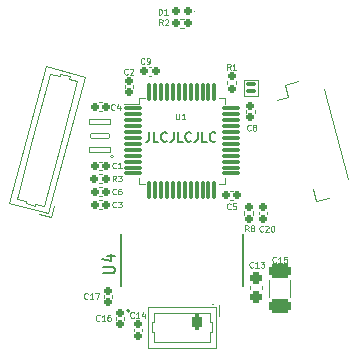
<source format=gbr>
%TF.GenerationSoftware,KiCad,Pcbnew,(6.0.0)*%
%TF.CreationDate,2022-02-06T18:29:28+08:00*%
%TF.ProjectId,STM32_FOC,53544d33-325f-4464-9f43-2e6b69636164,rev?*%
%TF.SameCoordinates,Original*%
%TF.FileFunction,Legend,Top*%
%TF.FilePolarity,Positive*%
%FSLAX46Y46*%
G04 Gerber Fmt 4.6, Leading zero omitted, Abs format (unit mm)*
G04 Created by KiCad (PCBNEW (6.0.0)) date 2022-02-06 18:29:28*
%MOMM*%
%LPD*%
G01*
G04 APERTURE LIST*
G04 Aperture macros list*
%AMRoundRect*
0 Rectangle with rounded corners*
0 $1 Rounding radius*
0 $2 $3 $4 $5 $6 $7 $8 $9 X,Y pos of 4 corners*
0 Add a 4 corners polygon primitive as box body*
4,1,4,$2,$3,$4,$5,$6,$7,$8,$9,$2,$3,0*
0 Add four circle primitives for the rounded corners*
1,1,$1+$1,$2,$3*
1,1,$1+$1,$4,$5*
1,1,$1+$1,$6,$7*
1,1,$1+$1,$8,$9*
0 Add four rect primitives between the rounded corners*
20,1,$1+$1,$2,$3,$4,$5,0*
20,1,$1+$1,$4,$5,$6,$7,0*
20,1,$1+$1,$6,$7,$8,$9,0*
20,1,$1+$1,$8,$9,$2,$3,0*%
%AMHorizOval*
0 Thick line with rounded ends*
0 $1 width*
0 $2 $3 position (X,Y) of the first rounded end (center of the circle)*
0 $4 $5 position (X,Y) of the second rounded end (center of the circle)*
0 Add line between two ends*
20,1,$1,$2,$3,$4,$5,0*
0 Add two circle primitives to create the rounded ends*
1,1,$1,$2,$3*
1,1,$1,$4,$5*%
G04 Aperture macros list end*
%ADD10C,0.150000*%
%ADD11C,0.100000*%
%ADD12C,0.120000*%
%ADD13C,0.127000*%
%ADD14C,0.200000*%
%ADD15C,0.010000*%
%ADD16RoundRect,0.191000X0.140000X0.170000X-0.140000X0.170000X-0.140000X-0.170000X0.140000X-0.170000X0*%
%ADD17RoundRect,0.191000X0.170000X-0.140000X0.170000X0.140000X-0.170000X0.140000X-0.170000X-0.140000X0*%
%ADD18RoundRect,0.191000X-0.140000X-0.170000X0.140000X-0.170000X0.140000X0.170000X-0.140000X0.170000X0*%
%ADD19RoundRect,0.191000X-0.170000X0.140000X-0.170000X-0.140000X0.170000X-0.140000X0.170000X0.140000X0*%
%ADD20RoundRect,0.126000X0.325000X-0.075000X0.325000X0.075000X-0.325000X0.075000X-0.325000X-0.075000X0*%
%ADD21RoundRect,0.186000X0.135000X0.185000X-0.135000X0.185000X-0.135000X-0.185000X0.135000X-0.185000X0*%
%ADD22RoundRect,0.186000X-0.185000X0.135000X-0.185000X-0.135000X0.185000X-0.135000X0.185000X0.135000X0*%
%ADD23RoundRect,0.051000X0.900000X-0.200000X0.900000X0.200000X-0.900000X0.200000X-0.900000X-0.200000X0*%
%ADD24RoundRect,0.051000X0.800000X-0.200000X0.800000X0.200000X-0.800000X0.200000X-0.800000X-0.200000X0*%
%ADD25RoundRect,0.301000X0.650000X-0.325000X0.650000X0.325000X-0.650000X0.325000X-0.650000X-0.325000X0*%
%ADD26RoundRect,0.198500X0.147500X0.172500X-0.147500X0.172500X-0.147500X-0.172500X0.147500X-0.172500X0*%
%ADD27RoundRect,0.186000X0.185000X-0.135000X0.185000X0.135000X-0.185000X0.135000X-0.185000X-0.135000X0*%
%ADD28RoundRect,0.126000X-0.662500X-0.075000X0.662500X-0.075000X0.662500X0.075000X-0.662500X0.075000X0*%
%ADD29RoundRect,0.126000X-0.075000X-0.662500X0.075000X-0.662500X0.075000X0.662500X-0.075000X0.662500X0*%
%ADD30RoundRect,0.201000X-0.642526X-0.016873X-0.564881X-0.306651X0.642526X0.016873X0.564881X0.306651X0*%
%ADD31RoundRect,0.301000X-0.718438X0.169842X-0.537265X-0.506306X0.718438X-0.169842X0.537265X0.506306X0*%
%ADD32RoundRect,0.186000X-0.135000X-0.185000X0.135000X-0.185000X0.135000X0.185000X-0.135000X0.185000X0*%
%ADD33RoundRect,0.276000X0.250000X-0.225000X0.250000X0.225000X-0.250000X0.225000X-0.250000X-0.225000X0*%
%ADD34RoundRect,0.251000X0.382903X-0.309654X0.486430X0.076717X-0.382903X0.309654X-0.486430X-0.076717X0*%
%ADD35HorizOval,0.902000X-0.241481X0.064705X0.241481X-0.064705X0*%
%ADD36RoundRect,0.251000X0.200000X0.450000X-0.200000X0.450000X-0.200000X-0.450000X0.200000X-0.450000X0*%
%ADD37O,0.902000X1.402000*%
G04 APERTURE END LIST*
D10*
X97233333Y-96261904D02*
X97233333Y-96833333D01*
X97195238Y-96947619D01*
X97119047Y-97023809D01*
X97004761Y-97061904D01*
X96928571Y-97061904D01*
X97995238Y-97061904D02*
X97614285Y-97061904D01*
X97614285Y-96261904D01*
X98719047Y-96985714D02*
X98680952Y-97023809D01*
X98566666Y-97061904D01*
X98490476Y-97061904D01*
X98376190Y-97023809D01*
X98300000Y-96947619D01*
X98261904Y-96871428D01*
X98223809Y-96719047D01*
X98223809Y-96604761D01*
X98261904Y-96452380D01*
X98300000Y-96376190D01*
X98376190Y-96300000D01*
X98490476Y-96261904D01*
X98566666Y-96261904D01*
X98680952Y-96300000D01*
X98719047Y-96338095D01*
X99290476Y-96261904D02*
X99290476Y-96833333D01*
X99252380Y-96947619D01*
X99176190Y-97023809D01*
X99061904Y-97061904D01*
X98985714Y-97061904D01*
X100052380Y-97061904D02*
X99671428Y-97061904D01*
X99671428Y-96261904D01*
X100776190Y-96985714D02*
X100738095Y-97023809D01*
X100623809Y-97061904D01*
X100547619Y-97061904D01*
X100433333Y-97023809D01*
X100357142Y-96947619D01*
X100319047Y-96871428D01*
X100280952Y-96719047D01*
X100280952Y-96604761D01*
X100319047Y-96452380D01*
X100357142Y-96376190D01*
X100433333Y-96300000D01*
X100547619Y-96261904D01*
X100623809Y-96261904D01*
X100738095Y-96300000D01*
X100776190Y-96338095D01*
X101347619Y-96261904D02*
X101347619Y-96833333D01*
X101309523Y-96947619D01*
X101233333Y-97023809D01*
X101119047Y-97061904D01*
X101042857Y-97061904D01*
X102109523Y-97061904D02*
X101728571Y-97061904D01*
X101728571Y-96261904D01*
X102833333Y-96985714D02*
X102795238Y-97023809D01*
X102680952Y-97061904D01*
X102604761Y-97061904D01*
X102490476Y-97023809D01*
X102414285Y-96947619D01*
X102376190Y-96871428D01*
X102338095Y-96719047D01*
X102338095Y-96604761D01*
X102376190Y-96452380D01*
X102414285Y-96376190D01*
X102490476Y-96300000D01*
X102604761Y-96261904D01*
X102680952Y-96261904D01*
X102795238Y-96300000D01*
X102833333Y-96338095D01*
D11*
%TO.C,C1*%
X94416666Y-99278571D02*
X94392857Y-99302380D01*
X94321428Y-99326190D01*
X94273809Y-99326190D01*
X94202380Y-99302380D01*
X94154761Y-99254761D01*
X94130952Y-99207142D01*
X94107142Y-99111904D01*
X94107142Y-99040476D01*
X94130952Y-98945238D01*
X94154761Y-98897619D01*
X94202380Y-98850000D01*
X94273809Y-98826190D01*
X94321428Y-98826190D01*
X94392857Y-98850000D01*
X94416666Y-98873809D01*
X94892857Y-99326190D02*
X94607142Y-99326190D01*
X94750000Y-99326190D02*
X94750000Y-98826190D01*
X94702380Y-98897619D01*
X94654761Y-98945238D01*
X94607142Y-98969047D01*
%TO.C,C2*%
X95416666Y-91328571D02*
X95392857Y-91352380D01*
X95321428Y-91376190D01*
X95273809Y-91376190D01*
X95202380Y-91352380D01*
X95154761Y-91304761D01*
X95130952Y-91257142D01*
X95107142Y-91161904D01*
X95107142Y-91090476D01*
X95130952Y-90995238D01*
X95154761Y-90947619D01*
X95202380Y-90900000D01*
X95273809Y-90876190D01*
X95321428Y-90876190D01*
X95392857Y-90900000D01*
X95416666Y-90923809D01*
X95607142Y-90923809D02*
X95630952Y-90900000D01*
X95678571Y-90876190D01*
X95797619Y-90876190D01*
X95845238Y-90900000D01*
X95869047Y-90923809D01*
X95892857Y-90971428D01*
X95892857Y-91019047D01*
X95869047Y-91090476D01*
X95583333Y-91376190D01*
X95892857Y-91376190D01*
%TO.C,C3*%
X94416666Y-102578571D02*
X94392857Y-102602380D01*
X94321428Y-102626190D01*
X94273809Y-102626190D01*
X94202380Y-102602380D01*
X94154761Y-102554761D01*
X94130952Y-102507142D01*
X94107142Y-102411904D01*
X94107142Y-102340476D01*
X94130952Y-102245238D01*
X94154761Y-102197619D01*
X94202380Y-102150000D01*
X94273809Y-102126190D01*
X94321428Y-102126190D01*
X94392857Y-102150000D01*
X94416666Y-102173809D01*
X94583333Y-102126190D02*
X94892857Y-102126190D01*
X94726190Y-102316666D01*
X94797619Y-102316666D01*
X94845238Y-102340476D01*
X94869047Y-102364285D01*
X94892857Y-102411904D01*
X94892857Y-102530952D01*
X94869047Y-102578571D01*
X94845238Y-102602380D01*
X94797619Y-102626190D01*
X94654761Y-102626190D01*
X94607142Y-102602380D01*
X94583333Y-102578571D01*
%TO.C,C4*%
X94316666Y-94328571D02*
X94292857Y-94352380D01*
X94221428Y-94376190D01*
X94173809Y-94376190D01*
X94102380Y-94352380D01*
X94054761Y-94304761D01*
X94030952Y-94257142D01*
X94007142Y-94161904D01*
X94007142Y-94090476D01*
X94030952Y-93995238D01*
X94054761Y-93947619D01*
X94102380Y-93900000D01*
X94173809Y-93876190D01*
X94221428Y-93876190D01*
X94292857Y-93900000D01*
X94316666Y-93923809D01*
X94745238Y-94042857D02*
X94745238Y-94376190D01*
X94626190Y-93852380D02*
X94507142Y-94209523D01*
X94816666Y-94209523D01*
%TO.C,C9*%
X96816666Y-90428571D02*
X96792857Y-90452380D01*
X96721428Y-90476190D01*
X96673809Y-90476190D01*
X96602380Y-90452380D01*
X96554761Y-90404761D01*
X96530952Y-90357142D01*
X96507142Y-90261904D01*
X96507142Y-90190476D01*
X96530952Y-90095238D01*
X96554761Y-90047619D01*
X96602380Y-90000000D01*
X96673809Y-89976190D01*
X96721428Y-89976190D01*
X96792857Y-90000000D01*
X96816666Y-90023809D01*
X97054761Y-90476190D02*
X97150000Y-90476190D01*
X97197619Y-90452380D01*
X97221428Y-90428571D01*
X97269047Y-90357142D01*
X97292857Y-90261904D01*
X97292857Y-90071428D01*
X97269047Y-90023809D01*
X97245238Y-90000000D01*
X97197619Y-89976190D01*
X97102380Y-89976190D01*
X97054761Y-90000000D01*
X97030952Y-90023809D01*
X97007142Y-90071428D01*
X97007142Y-90190476D01*
X97030952Y-90238095D01*
X97054761Y-90261904D01*
X97102380Y-90285714D01*
X97197619Y-90285714D01*
X97245238Y-90261904D01*
X97269047Y-90238095D01*
X97292857Y-90190476D01*
%TO.C,C14*%
X95928571Y-111928571D02*
X95904761Y-111952380D01*
X95833333Y-111976190D01*
X95785714Y-111976190D01*
X95714285Y-111952380D01*
X95666666Y-111904761D01*
X95642857Y-111857142D01*
X95619047Y-111761904D01*
X95619047Y-111690476D01*
X95642857Y-111595238D01*
X95666666Y-111547619D01*
X95714285Y-111500000D01*
X95785714Y-111476190D01*
X95833333Y-111476190D01*
X95904761Y-111500000D01*
X95928571Y-111523809D01*
X96404761Y-111976190D02*
X96119047Y-111976190D01*
X96261904Y-111976190D02*
X96261904Y-111476190D01*
X96214285Y-111547619D01*
X96166666Y-111595238D01*
X96119047Y-111619047D01*
X96833333Y-111642857D02*
X96833333Y-111976190D01*
X96714285Y-111452380D02*
X96595238Y-111809523D01*
X96904761Y-111809523D01*
%TO.C,C16*%
X93028571Y-112178571D02*
X93004761Y-112202380D01*
X92933333Y-112226190D01*
X92885714Y-112226190D01*
X92814285Y-112202380D01*
X92766666Y-112154761D01*
X92742857Y-112107142D01*
X92719047Y-112011904D01*
X92719047Y-111940476D01*
X92742857Y-111845238D01*
X92766666Y-111797619D01*
X92814285Y-111750000D01*
X92885714Y-111726190D01*
X92933333Y-111726190D01*
X93004761Y-111750000D01*
X93028571Y-111773809D01*
X93504761Y-112226190D02*
X93219047Y-112226190D01*
X93361904Y-112226190D02*
X93361904Y-111726190D01*
X93314285Y-111797619D01*
X93266666Y-111845238D01*
X93219047Y-111869047D01*
X93933333Y-111726190D02*
X93838095Y-111726190D01*
X93790476Y-111750000D01*
X93766666Y-111773809D01*
X93719047Y-111845238D01*
X93695238Y-111940476D01*
X93695238Y-112130952D01*
X93719047Y-112178571D01*
X93742857Y-112202380D01*
X93790476Y-112226190D01*
X93885714Y-112226190D01*
X93933333Y-112202380D01*
X93957142Y-112178571D01*
X93980952Y-112130952D01*
X93980952Y-112011904D01*
X93957142Y-111964285D01*
X93933333Y-111940476D01*
X93885714Y-111916666D01*
X93790476Y-111916666D01*
X93742857Y-111940476D01*
X93719047Y-111964285D01*
X93695238Y-112011904D01*
%TO.C,R2*%
X98366666Y-87205479D02*
X98200000Y-86967384D01*
X98080952Y-87205479D02*
X98080952Y-86705479D01*
X98271428Y-86705479D01*
X98319047Y-86729289D01*
X98342857Y-86753098D01*
X98366666Y-86800717D01*
X98366666Y-86872146D01*
X98342857Y-86919765D01*
X98319047Y-86943574D01*
X98271428Y-86967384D01*
X98080952Y-86967384D01*
X98557142Y-86753098D02*
X98580952Y-86729289D01*
X98628571Y-86705479D01*
X98747619Y-86705479D01*
X98795238Y-86729289D01*
X98819047Y-86753098D01*
X98842857Y-86800717D01*
X98842857Y-86848336D01*
X98819047Y-86919765D01*
X98533333Y-87205479D01*
X98842857Y-87205479D01*
%TO.C,R8*%
X105641666Y-104656190D02*
X105475000Y-104418095D01*
X105355952Y-104656190D02*
X105355952Y-104156190D01*
X105546428Y-104156190D01*
X105594047Y-104180000D01*
X105617857Y-104203809D01*
X105641666Y-104251428D01*
X105641666Y-104322857D01*
X105617857Y-104370476D01*
X105594047Y-104394285D01*
X105546428Y-104418095D01*
X105355952Y-104418095D01*
X105927380Y-104370476D02*
X105879761Y-104346666D01*
X105855952Y-104322857D01*
X105832142Y-104275238D01*
X105832142Y-104251428D01*
X105855952Y-104203809D01*
X105879761Y-104180000D01*
X105927380Y-104156190D01*
X106022619Y-104156190D01*
X106070238Y-104180000D01*
X106094047Y-104203809D01*
X106117857Y-104251428D01*
X106117857Y-104275238D01*
X106094047Y-104322857D01*
X106070238Y-104346666D01*
X106022619Y-104370476D01*
X105927380Y-104370476D01*
X105879761Y-104394285D01*
X105855952Y-104418095D01*
X105832142Y-104465714D01*
X105832142Y-104560952D01*
X105855952Y-104608571D01*
X105879761Y-104632380D01*
X105927380Y-104656190D01*
X106022619Y-104656190D01*
X106070238Y-104632380D01*
X106094047Y-104608571D01*
X106117857Y-104560952D01*
X106117857Y-104465714D01*
X106094047Y-104418095D01*
X106070238Y-104394285D01*
X106022619Y-104370476D01*
%TO.C,C5*%
X104116666Y-102728571D02*
X104092857Y-102752380D01*
X104021428Y-102776190D01*
X103973809Y-102776190D01*
X103902380Y-102752380D01*
X103854761Y-102704761D01*
X103830952Y-102657142D01*
X103807142Y-102561904D01*
X103807142Y-102490476D01*
X103830952Y-102395238D01*
X103854761Y-102347619D01*
X103902380Y-102300000D01*
X103973809Y-102276190D01*
X104021428Y-102276190D01*
X104092857Y-102300000D01*
X104116666Y-102323809D01*
X104569047Y-102276190D02*
X104330952Y-102276190D01*
X104307142Y-102514285D01*
X104330952Y-102490476D01*
X104378571Y-102466666D01*
X104497619Y-102466666D01*
X104545238Y-102490476D01*
X104569047Y-102514285D01*
X104592857Y-102561904D01*
X104592857Y-102680952D01*
X104569047Y-102728571D01*
X104545238Y-102752380D01*
X104497619Y-102776190D01*
X104378571Y-102776190D01*
X104330952Y-102752380D01*
X104307142Y-102728571D01*
%TO.C,C17*%
X92028571Y-110328571D02*
X92004761Y-110352380D01*
X91933333Y-110376190D01*
X91885714Y-110376190D01*
X91814285Y-110352380D01*
X91766666Y-110304761D01*
X91742857Y-110257142D01*
X91719047Y-110161904D01*
X91719047Y-110090476D01*
X91742857Y-109995238D01*
X91766666Y-109947619D01*
X91814285Y-109900000D01*
X91885714Y-109876190D01*
X91933333Y-109876190D01*
X92004761Y-109900000D01*
X92028571Y-109923809D01*
X92504761Y-110376190D02*
X92219047Y-110376190D01*
X92361904Y-110376190D02*
X92361904Y-109876190D01*
X92314285Y-109947619D01*
X92266666Y-109995238D01*
X92219047Y-110019047D01*
X92671428Y-109876190D02*
X93004761Y-109876190D01*
X92790476Y-110376190D01*
%TO.C,C15*%
X107958571Y-107268571D02*
X107934761Y-107292380D01*
X107863333Y-107316190D01*
X107815714Y-107316190D01*
X107744285Y-107292380D01*
X107696666Y-107244761D01*
X107672857Y-107197142D01*
X107649047Y-107101904D01*
X107649047Y-107030476D01*
X107672857Y-106935238D01*
X107696666Y-106887619D01*
X107744285Y-106840000D01*
X107815714Y-106816190D01*
X107863333Y-106816190D01*
X107934761Y-106840000D01*
X107958571Y-106863809D01*
X108434761Y-107316190D02*
X108149047Y-107316190D01*
X108291904Y-107316190D02*
X108291904Y-106816190D01*
X108244285Y-106887619D01*
X108196666Y-106935238D01*
X108149047Y-106959047D01*
X108887142Y-106816190D02*
X108649047Y-106816190D01*
X108625238Y-107054285D01*
X108649047Y-107030476D01*
X108696666Y-107006666D01*
X108815714Y-107006666D01*
X108863333Y-107030476D01*
X108887142Y-107054285D01*
X108910952Y-107101904D01*
X108910952Y-107220952D01*
X108887142Y-107268571D01*
X108863333Y-107292380D01*
X108815714Y-107316190D01*
X108696666Y-107316190D01*
X108649047Y-107292380D01*
X108625238Y-107268571D01*
%TO.C,D1*%
X98022488Y-86302132D02*
X98022488Y-85802132D01*
X98141536Y-85802132D01*
X98212964Y-85825942D01*
X98260583Y-85873561D01*
X98284393Y-85921180D01*
X98308202Y-86016418D01*
X98308202Y-86087846D01*
X98284393Y-86183084D01*
X98260583Y-86230703D01*
X98212964Y-86278322D01*
X98141536Y-86302132D01*
X98022488Y-86302132D01*
X98784393Y-86302132D02*
X98498678Y-86302132D01*
X98641536Y-86302132D02*
X98641536Y-85802132D01*
X98593916Y-85873561D01*
X98546297Y-85921180D01*
X98498678Y-85944989D01*
%TO.C,R1*%
X104116666Y-90976190D02*
X103950000Y-90738095D01*
X103830952Y-90976190D02*
X103830952Y-90476190D01*
X104021428Y-90476190D01*
X104069047Y-90500000D01*
X104092857Y-90523809D01*
X104116666Y-90571428D01*
X104116666Y-90642857D01*
X104092857Y-90690476D01*
X104069047Y-90714285D01*
X104021428Y-90738095D01*
X103830952Y-90738095D01*
X104592857Y-90976190D02*
X104307142Y-90976190D01*
X104450000Y-90976190D02*
X104450000Y-90476190D01*
X104402380Y-90547619D01*
X104354761Y-90595238D01*
X104307142Y-90619047D01*
%TO.C,C20*%
X106878571Y-104638571D02*
X106854761Y-104662380D01*
X106783333Y-104686190D01*
X106735714Y-104686190D01*
X106664285Y-104662380D01*
X106616666Y-104614761D01*
X106592857Y-104567142D01*
X106569047Y-104471904D01*
X106569047Y-104400476D01*
X106592857Y-104305238D01*
X106616666Y-104257619D01*
X106664285Y-104210000D01*
X106735714Y-104186190D01*
X106783333Y-104186190D01*
X106854761Y-104210000D01*
X106878571Y-104233809D01*
X107069047Y-104233809D02*
X107092857Y-104210000D01*
X107140476Y-104186190D01*
X107259523Y-104186190D01*
X107307142Y-104210000D01*
X107330952Y-104233809D01*
X107354761Y-104281428D01*
X107354761Y-104329047D01*
X107330952Y-104400476D01*
X107045238Y-104686190D01*
X107354761Y-104686190D01*
X107664285Y-104186190D02*
X107711904Y-104186190D01*
X107759523Y-104210000D01*
X107783333Y-104233809D01*
X107807142Y-104281428D01*
X107830952Y-104376666D01*
X107830952Y-104495714D01*
X107807142Y-104590952D01*
X107783333Y-104638571D01*
X107759523Y-104662380D01*
X107711904Y-104686190D01*
X107664285Y-104686190D01*
X107616666Y-104662380D01*
X107592857Y-104638571D01*
X107569047Y-104590952D01*
X107545238Y-104495714D01*
X107545238Y-104376666D01*
X107569047Y-104281428D01*
X107592857Y-104233809D01*
X107616666Y-104210000D01*
X107664285Y-104186190D01*
%TO.C,U1*%
X99509047Y-94676190D02*
X99509047Y-95080952D01*
X99532857Y-95128571D01*
X99556666Y-95152380D01*
X99604285Y-95176190D01*
X99699523Y-95176190D01*
X99747142Y-95152380D01*
X99770952Y-95128571D01*
X99794761Y-95080952D01*
X99794761Y-94676190D01*
X100294761Y-95176190D02*
X100009047Y-95176190D01*
X100151904Y-95176190D02*
X100151904Y-94676190D01*
X100104285Y-94747619D01*
X100056666Y-94795238D01*
X100009047Y-94819047D01*
%TO.C,C8*%
X105816666Y-96078571D02*
X105792857Y-96102380D01*
X105721428Y-96126190D01*
X105673809Y-96126190D01*
X105602380Y-96102380D01*
X105554761Y-96054761D01*
X105530952Y-96007142D01*
X105507142Y-95911904D01*
X105507142Y-95840476D01*
X105530952Y-95745238D01*
X105554761Y-95697619D01*
X105602380Y-95650000D01*
X105673809Y-95626190D01*
X105721428Y-95626190D01*
X105792857Y-95650000D01*
X105816666Y-95673809D01*
X106102380Y-95840476D02*
X106054761Y-95816666D01*
X106030952Y-95792857D01*
X106007142Y-95745238D01*
X106007142Y-95721428D01*
X106030952Y-95673809D01*
X106054761Y-95650000D01*
X106102380Y-95626190D01*
X106197619Y-95626190D01*
X106245238Y-95650000D01*
X106269047Y-95673809D01*
X106292857Y-95721428D01*
X106292857Y-95745238D01*
X106269047Y-95792857D01*
X106245238Y-95816666D01*
X106197619Y-95840476D01*
X106102380Y-95840476D01*
X106054761Y-95864285D01*
X106030952Y-95888095D01*
X106007142Y-95935714D01*
X106007142Y-96030952D01*
X106030952Y-96078571D01*
X106054761Y-96102380D01*
X106102380Y-96126190D01*
X106197619Y-96126190D01*
X106245238Y-96102380D01*
X106269047Y-96078571D01*
X106292857Y-96030952D01*
X106292857Y-95935714D01*
X106269047Y-95888095D01*
X106245238Y-95864285D01*
X106197619Y-95840476D01*
%TO.C,C6*%
X94416666Y-101478571D02*
X94392857Y-101502380D01*
X94321428Y-101526190D01*
X94273809Y-101526190D01*
X94202380Y-101502380D01*
X94154761Y-101454761D01*
X94130952Y-101407142D01*
X94107142Y-101311904D01*
X94107142Y-101240476D01*
X94130952Y-101145238D01*
X94154761Y-101097619D01*
X94202380Y-101050000D01*
X94273809Y-101026190D01*
X94321428Y-101026190D01*
X94392857Y-101050000D01*
X94416666Y-101073809D01*
X94845238Y-101026190D02*
X94750000Y-101026190D01*
X94702380Y-101050000D01*
X94678571Y-101073809D01*
X94630952Y-101145238D01*
X94607142Y-101240476D01*
X94607142Y-101430952D01*
X94630952Y-101478571D01*
X94654761Y-101502380D01*
X94702380Y-101526190D01*
X94797619Y-101526190D01*
X94845238Y-101502380D01*
X94869047Y-101478571D01*
X94892857Y-101430952D01*
X94892857Y-101311904D01*
X94869047Y-101264285D01*
X94845238Y-101240476D01*
X94797619Y-101216666D01*
X94702380Y-101216666D01*
X94654761Y-101240476D01*
X94630952Y-101264285D01*
X94607142Y-101311904D01*
%TO.C,R3*%
X94416666Y-100426190D02*
X94250000Y-100188095D01*
X94130952Y-100426190D02*
X94130952Y-99926190D01*
X94321428Y-99926190D01*
X94369047Y-99950000D01*
X94392857Y-99973809D01*
X94416666Y-100021428D01*
X94416666Y-100092857D01*
X94392857Y-100140476D01*
X94369047Y-100164285D01*
X94321428Y-100188095D01*
X94130952Y-100188095D01*
X94583333Y-99926190D02*
X94892857Y-99926190D01*
X94726190Y-100116666D01*
X94797619Y-100116666D01*
X94845238Y-100140476D01*
X94869047Y-100164285D01*
X94892857Y-100211904D01*
X94892857Y-100330952D01*
X94869047Y-100378571D01*
X94845238Y-100402380D01*
X94797619Y-100426190D01*
X94654761Y-100426190D01*
X94607142Y-100402380D01*
X94583333Y-100378571D01*
%TO.C,C13*%
X106028571Y-107678571D02*
X106004761Y-107702380D01*
X105933333Y-107726190D01*
X105885714Y-107726190D01*
X105814285Y-107702380D01*
X105766666Y-107654761D01*
X105742857Y-107607142D01*
X105719047Y-107511904D01*
X105719047Y-107440476D01*
X105742857Y-107345238D01*
X105766666Y-107297619D01*
X105814285Y-107250000D01*
X105885714Y-107226190D01*
X105933333Y-107226190D01*
X106004761Y-107250000D01*
X106028571Y-107273809D01*
X106504761Y-107726190D02*
X106219047Y-107726190D01*
X106361904Y-107726190D02*
X106361904Y-107226190D01*
X106314285Y-107297619D01*
X106266666Y-107345238D01*
X106219047Y-107369047D01*
X106671428Y-107226190D02*
X106980952Y-107226190D01*
X106814285Y-107416666D01*
X106885714Y-107416666D01*
X106933333Y-107440476D01*
X106957142Y-107464285D01*
X106980952Y-107511904D01*
X106980952Y-107630952D01*
X106957142Y-107678571D01*
X106933333Y-107702380D01*
X106885714Y-107726190D01*
X106742857Y-107726190D01*
X106695238Y-107702380D01*
X106671428Y-107678571D01*
D10*
%TO.C,U4*%
X93317380Y-108204404D02*
X94126904Y-108204404D01*
X94222142Y-108156785D01*
X94269761Y-108109166D01*
X94317380Y-108013928D01*
X94317380Y-107823452D01*
X94269761Y-107728214D01*
X94222142Y-107680595D01*
X94126904Y-107632976D01*
X93317380Y-107632976D01*
X93650714Y-106728214D02*
X94317380Y-106728214D01*
X93269761Y-106966309D02*
X93984047Y-107204404D01*
X93984047Y-106585357D01*
D12*
%TO.C,C1*%
X93207836Y-99460000D02*
X92992164Y-99460000D01*
X93207836Y-98740000D02*
X92992164Y-98740000D01*
%TO.C,C2*%
X95140000Y-92507836D02*
X95140000Y-92292164D01*
X95860000Y-92507836D02*
X95860000Y-92292164D01*
%TO.C,C3*%
X93207836Y-102040000D02*
X92992164Y-102040000D01*
X93207836Y-102760000D02*
X92992164Y-102760000D01*
%TO.C,C4*%
X93207836Y-93740000D02*
X92992164Y-93740000D01*
X93207836Y-94460000D02*
X92992164Y-94460000D01*
%TO.C,C9*%
X97192164Y-90740000D02*
X97407836Y-90740000D01*
X97192164Y-91460000D02*
X97407836Y-91460000D01*
%TO.C,C14*%
X95915000Y-113107836D02*
X95915000Y-112892164D01*
X96635000Y-113107836D02*
X96635000Y-112892164D01*
%TO.C,C16*%
X94390000Y-111942164D02*
X94390000Y-112157836D01*
X95110000Y-111942164D02*
X95110000Y-112157836D01*
%TO.C,JP1*%
X105250000Y-93200000D02*
X105250000Y-91800000D01*
X105250000Y-93200000D02*
X106450000Y-93200000D01*
X106450000Y-91800000D02*
X105250000Y-91800000D01*
X106450000Y-93200000D02*
X106450000Y-91800000D01*
%TO.C,R2*%
X100153641Y-86670000D02*
X99846359Y-86670000D01*
X100153641Y-87430000D02*
X99846359Y-87430000D01*
%TO.C,R8*%
X106050000Y-102926359D02*
X106050000Y-103233641D01*
X105290000Y-102926359D02*
X105290000Y-103233641D01*
D11*
%TO.C,Y1*%
X94197000Y-98300000D02*
G75*
G03*
X94197000Y-98300000I-127000J0D01*
G01*
D12*
%TO.C,C5*%
X104092164Y-101960000D02*
X104307836Y-101960000D01*
X104092164Y-101240000D02*
X104307836Y-101240000D01*
%TO.C,C17*%
X93390000Y-110042164D02*
X93390000Y-110257836D01*
X94110000Y-110042164D02*
X94110000Y-110257836D01*
%TO.C,C15*%
X109190000Y-110201252D02*
X109190000Y-108778748D01*
X107370000Y-110201252D02*
X107370000Y-108778748D01*
D11*
%TO.C,D1*%
X101140000Y-86000000D02*
G75*
G03*
X101140000Y-86000000I-50000J0D01*
G01*
D12*
%TO.C,R1*%
X104580000Y-92203641D02*
X104580000Y-91896359D01*
X103820000Y-92203641D02*
X103820000Y-91896359D01*
%TO.C,C20*%
X106490000Y-103217836D02*
X106490000Y-103002164D01*
X107210000Y-103217836D02*
X107210000Y-103002164D01*
%TO.C,U1*%
X96390000Y-93390000D02*
X96390000Y-93840000D01*
X103610000Y-100610000D02*
X103610000Y-100160000D01*
X96390000Y-93840000D02*
X95100000Y-93840000D01*
X103160000Y-100610000D02*
X103610000Y-100610000D01*
X96840000Y-93390000D02*
X96390000Y-93390000D01*
X96390000Y-100610000D02*
X96390000Y-100160000D01*
X96840000Y-100610000D02*
X96390000Y-100610000D01*
X103610000Y-93390000D02*
X103610000Y-93840000D01*
X103160000Y-93390000D02*
X103610000Y-93390000D01*
%TO.C,C8*%
X106160000Y-94392164D02*
X106160000Y-94607836D01*
X105440000Y-94392164D02*
X105440000Y-94607836D01*
%TO.C,C6*%
X93207836Y-101660000D02*
X92992164Y-101660000D01*
X93207836Y-100940000D02*
X92992164Y-100940000D01*
%TO.C,J2*%
X112461202Y-101825528D02*
X111350388Y-102123170D01*
X108705257Y-92251408D02*
X108977017Y-93265630D01*
X109816072Y-91953766D02*
X108705257Y-92251408D01*
X111350388Y-102123170D02*
X111078628Y-101108948D01*
X108977017Y-93265630D02*
X108020750Y-93521861D01*
X112021764Y-92574026D02*
X114061258Y-100185521D01*
%TO.C,R3*%
X92946359Y-100580000D02*
X93253641Y-100580000D01*
X92946359Y-99820000D02*
X93253641Y-99820000D01*
%TO.C,C13*%
X106760000Y-109540580D02*
X106760000Y-109259420D01*
X105740000Y-109540580D02*
X105740000Y-109259420D01*
D13*
%TO.C,U4*%
X105170000Y-109317500D02*
X105170000Y-104917500D01*
X94830000Y-109317500D02*
X94830000Y-104917500D01*
D14*
X95565000Y-111357500D02*
G75*
G03*
X95565000Y-111357500I-100000J0D01*
G01*
D12*
%TO.C,J3*%
X88837971Y-91295615D02*
X87420937Y-96584059D01*
X86773176Y-102285684D02*
X86824939Y-102092499D01*
X90483512Y-91529481D02*
X89710772Y-91322426D01*
X86824939Y-102092499D02*
X86003902Y-101872503D01*
X89659008Y-91515611D02*
X88837971Y-91295615D01*
X87545916Y-102492740D02*
X86773176Y-102285684D01*
X89739159Y-97205225D02*
X88322124Y-102493669D01*
X88322124Y-102493669D02*
X87597680Y-102299554D01*
X91156193Y-91916781D02*
X90431749Y-91722667D01*
X87597680Y-102299554D02*
X87545916Y-102492740D01*
X86003902Y-101872503D02*
X87420937Y-96584059D01*
X88887810Y-103473465D02*
X89146629Y-102507539D01*
X90431749Y-91722667D02*
X90483512Y-91529481D01*
X91780813Y-91556156D02*
X88477347Y-90670995D01*
X85379283Y-102233127D02*
X88682749Y-103118289D01*
X89710772Y-91322426D02*
X89659008Y-91515611D01*
X88682749Y-103118289D02*
X91780813Y-91556156D01*
X88887810Y-103473465D02*
X87921884Y-103214646D01*
X89739159Y-97205225D02*
X91156193Y-91916781D01*
X88477347Y-90670995D02*
X85379283Y-102233127D01*
%TO.C,J1*%
X103150000Y-110800000D02*
X102150000Y-110800000D01*
X102550000Y-113150000D02*
X102350000Y-113150000D01*
X97650000Y-113150000D02*
X97650000Y-114000000D01*
X102350000Y-114000000D02*
X100000000Y-114000000D01*
X97450000Y-113150000D02*
X97650000Y-113150000D01*
X97650000Y-111600000D02*
X97650000Y-112350000D01*
X102350000Y-111600000D02*
X102350000Y-112350000D01*
X102350000Y-112350000D02*
X102550000Y-112350000D01*
X102860000Y-114510000D02*
X102860000Y-111090000D01*
X100000000Y-111600000D02*
X102350000Y-111600000D01*
X102350000Y-113150000D02*
X102350000Y-114000000D01*
X97140000Y-114510000D02*
X102860000Y-114510000D01*
X97140000Y-111090000D02*
X97140000Y-114510000D01*
X103150000Y-110800000D02*
X103150000Y-111800000D01*
X102550000Y-112350000D02*
X102550000Y-113150000D01*
X97450000Y-112350000D02*
X97450000Y-113150000D01*
X97650000Y-114000000D02*
X100000000Y-114000000D01*
X100000000Y-111600000D02*
X97650000Y-111600000D01*
X102860000Y-111090000D02*
X97140000Y-111090000D01*
X97650000Y-112350000D02*
X97450000Y-112350000D01*
%TD*%
%LPC*%
D15*
%TO.C,U4*%
X99455000Y-110787500D02*
X99455000Y-109047500D01*
X99455000Y-109047500D02*
X99895000Y-109047500D01*
X99895000Y-109047500D02*
X99895000Y-110787500D01*
X99895000Y-110787500D02*
X99455000Y-110787500D01*
G36*
X99895000Y-110787500D02*
G01*
X99455000Y-110787500D01*
X99455000Y-109047500D01*
X99895000Y-109047500D01*
X99895000Y-110787500D01*
G37*
X99895000Y-110787500D02*
X99455000Y-110787500D01*
X99455000Y-109047500D01*
X99895000Y-109047500D01*
X99895000Y-110787500D01*
X96205000Y-110787500D02*
X96205000Y-109047500D01*
X96205000Y-109047500D02*
X96645000Y-109047500D01*
X96645000Y-109047500D02*
X96645000Y-110787500D01*
X96645000Y-110787500D02*
X96205000Y-110787500D01*
G36*
X96645000Y-110787500D02*
G01*
X96205000Y-110787500D01*
X96205000Y-109047500D01*
X96645000Y-109047500D01*
X96645000Y-110787500D01*
G37*
X96645000Y-110787500D02*
X96205000Y-110787500D01*
X96205000Y-109047500D01*
X96645000Y-109047500D01*
X96645000Y-110787500D01*
X101405000Y-105187500D02*
X101405000Y-103447500D01*
X101405000Y-103447500D02*
X101845000Y-103447500D01*
X101845000Y-103447500D02*
X101845000Y-105187500D01*
X101845000Y-105187500D02*
X101405000Y-105187500D01*
G36*
X101845000Y-105187500D02*
G01*
X101405000Y-105187500D01*
X101405000Y-103447500D01*
X101845000Y-103447500D01*
X101845000Y-105187500D01*
G37*
X101845000Y-105187500D02*
X101405000Y-105187500D01*
X101405000Y-103447500D01*
X101845000Y-103447500D01*
X101845000Y-105187500D01*
X98155000Y-105187500D02*
X98155000Y-103447500D01*
X98155000Y-103447500D02*
X98595000Y-103447500D01*
X98595000Y-103447500D02*
X98595000Y-105187500D01*
X98595000Y-105187500D02*
X98155000Y-105187500D01*
G36*
X98595000Y-105187500D02*
G01*
X98155000Y-105187500D01*
X98155000Y-103447500D01*
X98595000Y-103447500D01*
X98595000Y-105187500D01*
G37*
X98595000Y-105187500D02*
X98155000Y-105187500D01*
X98155000Y-103447500D01*
X98595000Y-103447500D01*
X98595000Y-105187500D01*
X104005000Y-105187500D02*
X104005000Y-103447500D01*
X104005000Y-103447500D02*
X104445000Y-103447500D01*
X104445000Y-103447500D02*
X104445000Y-105187500D01*
X104445000Y-105187500D02*
X104005000Y-105187500D01*
G36*
X104445000Y-105187500D02*
G01*
X104005000Y-105187500D01*
X104005000Y-103447500D01*
X104445000Y-103447500D01*
X104445000Y-105187500D01*
G37*
X104445000Y-105187500D02*
X104005000Y-105187500D01*
X104005000Y-103447500D01*
X104445000Y-103447500D01*
X104445000Y-105187500D01*
X102055000Y-110787500D02*
X102055000Y-109047500D01*
X102055000Y-109047500D02*
X102495000Y-109047500D01*
X102495000Y-109047500D02*
X102495000Y-110787500D01*
X102495000Y-110787500D02*
X102055000Y-110787500D01*
G36*
X102495000Y-110787500D02*
G01*
X102055000Y-110787500D01*
X102055000Y-109047500D01*
X102495000Y-109047500D01*
X102495000Y-110787500D01*
G37*
X102495000Y-110787500D02*
X102055000Y-110787500D01*
X102055000Y-109047500D01*
X102495000Y-109047500D01*
X102495000Y-110787500D01*
X95555000Y-105187500D02*
X95555000Y-103447500D01*
X95555000Y-103447500D02*
X95995000Y-103447500D01*
X95995000Y-103447500D02*
X95995000Y-105187500D01*
X95995000Y-105187500D02*
X95555000Y-105187500D01*
G36*
X95995000Y-105187500D02*
G01*
X95555000Y-105187500D01*
X95555000Y-103447500D01*
X95995000Y-103447500D01*
X95995000Y-105187500D01*
G37*
X95995000Y-105187500D02*
X95555000Y-105187500D01*
X95555000Y-103447500D01*
X95995000Y-103447500D01*
X95995000Y-105187500D01*
X100105000Y-110787500D02*
X100105000Y-109047500D01*
X100105000Y-109047500D02*
X100545000Y-109047500D01*
X100545000Y-109047500D02*
X100545000Y-110787500D01*
X100545000Y-110787500D02*
X100105000Y-110787500D01*
G36*
X100545000Y-110787500D02*
G01*
X100105000Y-110787500D01*
X100105000Y-109047500D01*
X100545000Y-109047500D01*
X100545000Y-110787500D01*
G37*
X100545000Y-110787500D02*
X100105000Y-110787500D01*
X100105000Y-109047500D01*
X100545000Y-109047500D01*
X100545000Y-110787500D01*
X95555000Y-110787500D02*
X95555000Y-109047500D01*
X95555000Y-109047500D02*
X95995000Y-109047500D01*
X95995000Y-109047500D02*
X95995000Y-110787500D01*
X95995000Y-110787500D02*
X95555000Y-110787500D01*
G36*
X95995000Y-110787500D02*
G01*
X95555000Y-110787500D01*
X95555000Y-109047500D01*
X95995000Y-109047500D01*
X95995000Y-110787500D01*
G37*
X95995000Y-110787500D02*
X95555000Y-110787500D01*
X95555000Y-109047500D01*
X95995000Y-109047500D01*
X95995000Y-110787500D01*
X100755000Y-110787500D02*
X100755000Y-109047500D01*
X100755000Y-109047500D02*
X101195000Y-109047500D01*
X101195000Y-109047500D02*
X101195000Y-110787500D01*
X101195000Y-110787500D02*
X100755000Y-110787500D01*
G36*
X101195000Y-110787500D02*
G01*
X100755000Y-110787500D01*
X100755000Y-109047500D01*
X101195000Y-109047500D01*
X101195000Y-110787500D01*
G37*
X101195000Y-110787500D02*
X100755000Y-110787500D01*
X100755000Y-109047500D01*
X101195000Y-109047500D01*
X101195000Y-110787500D01*
X103355000Y-110787500D02*
X103355000Y-109047500D01*
X103355000Y-109047500D02*
X103795000Y-109047500D01*
X103795000Y-109047500D02*
X103795000Y-110787500D01*
X103795000Y-110787500D02*
X103355000Y-110787500D01*
G36*
X103795000Y-110787500D02*
G01*
X103355000Y-110787500D01*
X103355000Y-109047500D01*
X103795000Y-109047500D01*
X103795000Y-110787500D01*
G37*
X103795000Y-110787500D02*
X103355000Y-110787500D01*
X103355000Y-109047500D01*
X103795000Y-109047500D01*
X103795000Y-110787500D01*
X102055000Y-105187500D02*
X102055000Y-103447500D01*
X102055000Y-103447500D02*
X102495000Y-103447500D01*
X102495000Y-103447500D02*
X102495000Y-105187500D01*
X102495000Y-105187500D02*
X102055000Y-105187500D01*
G36*
X102495000Y-105187500D02*
G01*
X102055000Y-105187500D01*
X102055000Y-103447500D01*
X102495000Y-103447500D01*
X102495000Y-105187500D01*
G37*
X102495000Y-105187500D02*
X102055000Y-105187500D01*
X102055000Y-103447500D01*
X102495000Y-103447500D01*
X102495000Y-105187500D01*
X96855000Y-105187500D02*
X96855000Y-103447500D01*
X96855000Y-103447500D02*
X97295000Y-103447500D01*
X97295000Y-103447500D02*
X97295000Y-105187500D01*
X97295000Y-105187500D02*
X96855000Y-105187500D01*
G36*
X97295000Y-105187500D02*
G01*
X96855000Y-105187500D01*
X96855000Y-103447500D01*
X97295000Y-103447500D01*
X97295000Y-105187500D01*
G37*
X97295000Y-105187500D02*
X96855000Y-105187500D01*
X96855000Y-103447500D01*
X97295000Y-103447500D01*
X97295000Y-105187500D01*
X103355000Y-105187500D02*
X103355000Y-103447500D01*
X103355000Y-103447500D02*
X103795000Y-103447500D01*
X103795000Y-103447500D02*
X103795000Y-105187500D01*
X103795000Y-105187500D02*
X103355000Y-105187500D01*
G36*
X103795000Y-105187500D02*
G01*
X103355000Y-105187500D01*
X103355000Y-103447500D01*
X103795000Y-103447500D01*
X103795000Y-105187500D01*
G37*
X103795000Y-105187500D02*
X103355000Y-105187500D01*
X103355000Y-103447500D01*
X103795000Y-103447500D01*
X103795000Y-105187500D01*
X100105000Y-105187500D02*
X100105000Y-103447500D01*
X100105000Y-103447500D02*
X100545000Y-103447500D01*
X100545000Y-103447500D02*
X100545000Y-105187500D01*
X100545000Y-105187500D02*
X100105000Y-105187500D01*
G36*
X100545000Y-105187500D02*
G01*
X100105000Y-105187500D01*
X100105000Y-103447500D01*
X100545000Y-103447500D01*
X100545000Y-105187500D01*
G37*
X100545000Y-105187500D02*
X100105000Y-105187500D01*
X100105000Y-103447500D01*
X100545000Y-103447500D01*
X100545000Y-105187500D01*
X96205000Y-105187500D02*
X96205000Y-103447500D01*
X96205000Y-103447500D02*
X96645000Y-103447500D01*
X96645000Y-103447500D02*
X96645000Y-105187500D01*
X96645000Y-105187500D02*
X96205000Y-105187500D01*
G36*
X96645000Y-105187500D02*
G01*
X96205000Y-105187500D01*
X96205000Y-103447500D01*
X96645000Y-103447500D01*
X96645000Y-105187500D01*
G37*
X96645000Y-105187500D02*
X96205000Y-105187500D01*
X96205000Y-103447500D01*
X96645000Y-103447500D01*
X96645000Y-105187500D01*
X98805000Y-105187500D02*
X98805000Y-103447500D01*
X98805000Y-103447500D02*
X99245000Y-103447500D01*
X99245000Y-103447500D02*
X99245000Y-105187500D01*
X99245000Y-105187500D02*
X98805000Y-105187500D01*
G36*
X99245000Y-105187500D02*
G01*
X98805000Y-105187500D01*
X98805000Y-103447500D01*
X99245000Y-103447500D01*
X99245000Y-105187500D01*
G37*
X99245000Y-105187500D02*
X98805000Y-105187500D01*
X98805000Y-103447500D01*
X99245000Y-103447500D01*
X99245000Y-105187500D01*
X98155000Y-110787500D02*
X98155000Y-109047500D01*
X98155000Y-109047500D02*
X98595000Y-109047500D01*
X98595000Y-109047500D02*
X98595000Y-110787500D01*
X98595000Y-110787500D02*
X98155000Y-110787500D01*
G36*
X98595000Y-110787500D02*
G01*
X98155000Y-110787500D01*
X98155000Y-109047500D01*
X98595000Y-109047500D01*
X98595000Y-110787500D01*
G37*
X98595000Y-110787500D02*
X98155000Y-110787500D01*
X98155000Y-109047500D01*
X98595000Y-109047500D01*
X98595000Y-110787500D01*
X102705000Y-110787500D02*
X102705000Y-109047500D01*
X102705000Y-109047500D02*
X103145000Y-109047500D01*
X103145000Y-109047500D02*
X103145000Y-110787500D01*
X103145000Y-110787500D02*
X102705000Y-110787500D01*
G36*
X103145000Y-110787500D02*
G01*
X102705000Y-110787500D01*
X102705000Y-109047500D01*
X103145000Y-109047500D01*
X103145000Y-110787500D01*
G37*
X103145000Y-110787500D02*
X102705000Y-110787500D01*
X102705000Y-109047500D01*
X103145000Y-109047500D01*
X103145000Y-110787500D01*
X98805000Y-110787500D02*
X98805000Y-109047500D01*
X98805000Y-109047500D02*
X99245000Y-109047500D01*
X99245000Y-109047500D02*
X99245000Y-110787500D01*
X99245000Y-110787500D02*
X98805000Y-110787500D01*
G36*
X99245000Y-110787500D02*
G01*
X98805000Y-110787500D01*
X98805000Y-109047500D01*
X99245000Y-109047500D01*
X99245000Y-110787500D01*
G37*
X99245000Y-110787500D02*
X98805000Y-110787500D01*
X98805000Y-109047500D01*
X99245000Y-109047500D01*
X99245000Y-110787500D01*
X97505000Y-110787500D02*
X97505000Y-109047500D01*
X97505000Y-109047500D02*
X97945000Y-109047500D01*
X97945000Y-109047500D02*
X97945000Y-110787500D01*
X97945000Y-110787500D02*
X97505000Y-110787500D01*
G36*
X97945000Y-110787500D02*
G01*
X97505000Y-110787500D01*
X97505000Y-109047500D01*
X97945000Y-109047500D01*
X97945000Y-110787500D01*
G37*
X97945000Y-110787500D02*
X97505000Y-110787500D01*
X97505000Y-109047500D01*
X97945000Y-109047500D01*
X97945000Y-110787500D01*
X99455000Y-105187500D02*
X99455000Y-103447500D01*
X99455000Y-103447500D02*
X99895000Y-103447500D01*
X99895000Y-103447500D02*
X99895000Y-105187500D01*
X99895000Y-105187500D02*
X99455000Y-105187500D01*
G36*
X99895000Y-105187500D02*
G01*
X99455000Y-105187500D01*
X99455000Y-103447500D01*
X99895000Y-103447500D01*
X99895000Y-105187500D01*
G37*
X99895000Y-105187500D02*
X99455000Y-105187500D01*
X99455000Y-103447500D01*
X99895000Y-103447500D01*
X99895000Y-105187500D01*
X96855000Y-110787500D02*
X96855000Y-109047500D01*
X96855000Y-109047500D02*
X97295000Y-109047500D01*
X97295000Y-109047500D02*
X97295000Y-110787500D01*
X97295000Y-110787500D02*
X96855000Y-110787500D01*
G36*
X97295000Y-110787500D02*
G01*
X96855000Y-110787500D01*
X96855000Y-109047500D01*
X97295000Y-109047500D01*
X97295000Y-110787500D01*
G37*
X97295000Y-110787500D02*
X96855000Y-110787500D01*
X96855000Y-109047500D01*
X97295000Y-109047500D01*
X97295000Y-110787500D01*
X101405000Y-110787500D02*
X101405000Y-109047500D01*
X101405000Y-109047500D02*
X101845000Y-109047500D01*
X101845000Y-109047500D02*
X101845000Y-110787500D01*
X101845000Y-110787500D02*
X101405000Y-110787500D01*
G36*
X101845000Y-110787500D02*
G01*
X101405000Y-110787500D01*
X101405000Y-109047500D01*
X101845000Y-109047500D01*
X101845000Y-110787500D01*
G37*
X101845000Y-110787500D02*
X101405000Y-110787500D01*
X101405000Y-109047500D01*
X101845000Y-109047500D01*
X101845000Y-110787500D01*
X97520000Y-108317500D02*
X97520000Y-105917500D01*
X97520000Y-105917500D02*
X102480000Y-105917500D01*
X102480000Y-105917500D02*
X102480000Y-108317500D01*
X102480000Y-108317500D02*
X97520000Y-108317500D01*
G36*
X102480000Y-108317500D02*
G01*
X97520000Y-108317500D01*
X97520000Y-105917500D01*
X102480000Y-105917500D01*
X102480000Y-108317500D01*
G37*
X102480000Y-108317500D02*
X97520000Y-108317500D01*
X97520000Y-105917500D01*
X102480000Y-105917500D01*
X102480000Y-108317500D01*
X102705000Y-105187500D02*
X102705000Y-103447500D01*
X102705000Y-103447500D02*
X103145000Y-103447500D01*
X103145000Y-103447500D02*
X103145000Y-105187500D01*
X103145000Y-105187500D02*
X102705000Y-105187500D01*
G36*
X103145000Y-105187500D02*
G01*
X102705000Y-105187500D01*
X102705000Y-103447500D01*
X103145000Y-103447500D01*
X103145000Y-105187500D01*
G37*
X103145000Y-105187500D02*
X102705000Y-105187500D01*
X102705000Y-103447500D01*
X103145000Y-103447500D01*
X103145000Y-105187500D01*
X97505000Y-105187500D02*
X97505000Y-103447500D01*
X97505000Y-103447500D02*
X97945000Y-103447500D01*
X97945000Y-103447500D02*
X97945000Y-105187500D01*
X97945000Y-105187500D02*
X97505000Y-105187500D01*
G36*
X97945000Y-105187500D02*
G01*
X97505000Y-105187500D01*
X97505000Y-103447500D01*
X97945000Y-103447500D01*
X97945000Y-105187500D01*
G37*
X97945000Y-105187500D02*
X97505000Y-105187500D01*
X97505000Y-103447500D01*
X97945000Y-103447500D01*
X97945000Y-105187500D01*
X100755000Y-105187500D02*
X100755000Y-103447500D01*
X100755000Y-103447500D02*
X101195000Y-103447500D01*
X101195000Y-103447500D02*
X101195000Y-105187500D01*
X101195000Y-105187500D02*
X100755000Y-105187500D01*
G36*
X101195000Y-105187500D02*
G01*
X100755000Y-105187500D01*
X100755000Y-103447500D01*
X101195000Y-103447500D01*
X101195000Y-105187500D01*
G37*
X101195000Y-105187500D02*
X100755000Y-105187500D01*
X100755000Y-103447500D01*
X101195000Y-103447500D01*
X101195000Y-105187500D01*
X104005000Y-110787500D02*
X104005000Y-109047500D01*
X104005000Y-109047500D02*
X104445000Y-109047500D01*
X104445000Y-109047500D02*
X104445000Y-110787500D01*
X104445000Y-110787500D02*
X104005000Y-110787500D01*
G36*
X104445000Y-110787500D02*
G01*
X104005000Y-110787500D01*
X104005000Y-109047500D01*
X104445000Y-109047500D01*
X104445000Y-110787500D01*
G37*
X104445000Y-110787500D02*
X104005000Y-110787500D01*
X104005000Y-109047500D01*
X104445000Y-109047500D01*
X104445000Y-110787500D01*
%TD*%
D16*
%TO.C,C1*%
X93580000Y-99100000D03*
X92620000Y-99100000D03*
%TD*%
D17*
%TO.C,C2*%
X95500000Y-92880000D03*
X95500000Y-91920000D03*
%TD*%
D16*
%TO.C,C3*%
X93580000Y-102400000D03*
X92620000Y-102400000D03*
%TD*%
%TO.C,C4*%
X93580000Y-94100000D03*
X92620000Y-94100000D03*
%TD*%
D18*
%TO.C,C9*%
X96820000Y-91100000D03*
X97780000Y-91100000D03*
%TD*%
D17*
%TO.C,C14*%
X96275000Y-113480000D03*
X96275000Y-112520000D03*
%TD*%
D19*
%TO.C,C16*%
X94750000Y-111570000D03*
X94750000Y-112530000D03*
%TD*%
D20*
%TO.C,JP1*%
X105850000Y-92800000D03*
X105850000Y-92200000D03*
%TD*%
D21*
%TO.C,R2*%
X100510000Y-87050000D03*
X99490000Y-87050000D03*
%TD*%
D22*
%TO.C,R8*%
X105670000Y-102570000D03*
X105670000Y-103590000D03*
%TD*%
D23*
%TO.C,Y1*%
X93070000Y-97800000D03*
X93070000Y-95400000D03*
D24*
X93070000Y-96600000D03*
%TD*%
D18*
%TO.C,C5*%
X103720000Y-101600000D03*
X104680000Y-101600000D03*
%TD*%
D19*
%TO.C,C17*%
X93750000Y-109670000D03*
X93750000Y-110630000D03*
%TD*%
D25*
%TO.C,C15*%
X108280000Y-110965000D03*
X108280000Y-108015000D03*
%TD*%
D26*
%TO.C,D1*%
X100485000Y-86000000D03*
X99515000Y-86000000D03*
%TD*%
D27*
%TO.C,R1*%
X104200000Y-92560000D03*
X104200000Y-91540000D03*
%TD*%
D17*
%TO.C,C20*%
X106850000Y-103590000D03*
X106850000Y-102630000D03*
%TD*%
D28*
%TO.C,U1*%
X95837500Y-94250000D03*
X95837500Y-94750000D03*
X95837500Y-95250000D03*
X95837500Y-95750000D03*
X95837500Y-96250000D03*
X95837500Y-96750000D03*
X95837500Y-97250000D03*
X95837500Y-97750000D03*
X95837500Y-98250000D03*
X95837500Y-98750000D03*
X95837500Y-99250000D03*
X95837500Y-99750000D03*
D29*
X97250000Y-101162500D03*
X97750000Y-101162500D03*
X98250000Y-101162500D03*
X98750000Y-101162500D03*
X99250000Y-101162500D03*
X99750000Y-101162500D03*
X100250000Y-101162500D03*
X100750000Y-101162500D03*
X101250000Y-101162500D03*
X101750000Y-101162500D03*
X102250000Y-101162500D03*
X102750000Y-101162500D03*
D28*
X104162500Y-99750000D03*
X104162500Y-99250000D03*
X104162500Y-98750000D03*
X104162500Y-98250000D03*
X104162500Y-97750000D03*
X104162500Y-97250000D03*
X104162500Y-96750000D03*
X104162500Y-96250000D03*
X104162500Y-95750000D03*
X104162500Y-95250000D03*
X104162500Y-94750000D03*
X104162500Y-94250000D03*
D29*
X102750000Y-92837500D03*
X102250000Y-92837500D03*
X101750000Y-92837500D03*
X101250000Y-92837500D03*
X100750000Y-92837500D03*
X100250000Y-92837500D03*
X99750000Y-92837500D03*
X99250000Y-92837500D03*
X98750000Y-92837500D03*
X98250000Y-92837500D03*
X97750000Y-92837500D03*
X97250000Y-92837500D03*
%TD*%
D19*
%TO.C,C8*%
X105800000Y-94020000D03*
X105800000Y-94980000D03*
%TD*%
D16*
%TO.C,C6*%
X93580000Y-101300000D03*
X92620000Y-101300000D03*
%TD*%
D30*
%TO.C,J2*%
X108914282Y-93862195D03*
X109173101Y-94828121D03*
X109431920Y-95794046D03*
X109690739Y-96759972D03*
X109949558Y-97725898D03*
X110208377Y-98691824D03*
X110467196Y-99657750D03*
X110726015Y-100623676D03*
D31*
X113501442Y-101225861D03*
X111016780Y-91952973D03*
%TD*%
D32*
%TO.C,R3*%
X92590000Y-100200000D03*
X93610000Y-100200000D03*
%TD*%
D33*
%TO.C,C13*%
X106250000Y-110175000D03*
X106250000Y-108625000D03*
%TD*%
D34*
%TO.C,J3*%
X87882381Y-101237036D03*
D35*
X88205905Y-100029629D03*
X88529429Y-98822221D03*
X88852952Y-97614814D03*
X89176476Y-96407407D03*
X89500000Y-95200000D03*
X89823524Y-93992592D03*
X90147048Y-92785185D03*
%TD*%
D36*
%TO.C,J1*%
X101250000Y-112350000D03*
D37*
X100000000Y-112350000D03*
X98750000Y-112350000D03*
%TD*%
M02*

</source>
